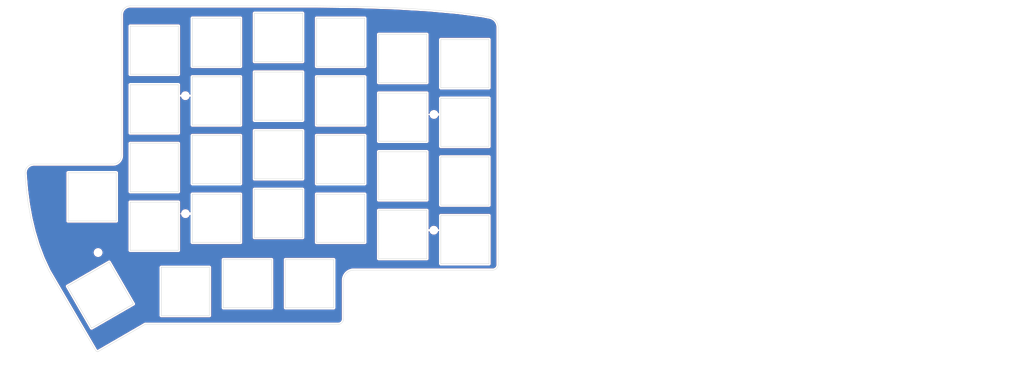
<source format=kicad_pcb>
(kicad_pcb (version 20240108) (generator "pcbnew") (generator_version "8.0")
  (layers (0 "F.Cu" signal) (31 "B.Cu" signal) (34 "B.Paste" user) (35 "F.Paste" user) (36 "B.SilkS" user "B.Silkscreen") (37 "F.SilkS" user "F.Silkscreen") (38 "B.Mask" user) (39 "F.Mask" user) (44 "Edge.Cuts" user))
  (net 0 "")
  (footprint "holykeebs:M2_HOLE_NPH" (layer "F.Cu") (at 141.23 65.76)
    (property "Reference" "TH4" (hide yes))
    (property "Value" "HOLE" (hide yes))
    (pad "" np_thru_hole circle (at 0 0) (size 2.1 2.1) (drill 2.1) (layers "F&B.Cu" "*.Mask"))
  )
  (footprint "holykeebs:M2_HOLE_NPH" (layer "F.Cu") (at 141.19 99.3)
    (property "Reference" "TH6" (hide yes))
    (property "Value" "HOLE" (hide yes))
    (pad "" np_thru_hole circle (at 0 0) (size 2.1 2.1) (drill 2.1) (layers "F&B.Cu" "*.Mask"))
  )
  (footprint "holykeebs:M2_HOLE_NPH" (layer "F.Cu") (at 69.24 94.5)
    (property "Reference" "TH5" (hide yes))
    (property "Value" "HOLE" (hide yes))
    (pad "" np_thru_hole circle (at 0 0) (size 2.1 2.1) (drill 2.1) (layers "F&B.Cu" "*.Mask"))
  )
  (footprint "holykeebs:M2_HOLE_NPH" (layer "F.Cu") (at 69.21 60.32)
    (property "Reference" "TH3" (hide yes))
    (property "Value" "HOLE" (hide yes))
    (pad "" np_thru_hole circle (at 0 0) (size 2.1 2.1) (drill 2.1) (layers "F&B.Cu" "*.Mask"))
  )
  (footprint "holykeebs:M2_HOLE_NPH" (layer "F.Cu") (at 43.92 105.77 90)
    (property "Reference" "TH7" (hide yes))
    (property "Value" "HOLE" (hide yes))
    (pad "" np_thru_hole circle (at 0 0 90) (size 2.1 2.1) (drill 2.1) (layers "F&B.Cu" "*.Mask"))
  )
  (footprint "kbd:SW_Hole" (layer "B.Cu") (at 132.202472 83.546305 180)
    (property "Reference" "SW17" (hide yes))
    (property "Value" "SW_PUSH" (hide yes))
    (fp_line (start 7 7) (end 7 -7) (stroke (width 0.12)) (layer "Edge.Cuts"))
    (fp_line (start 7 -7) (end -7 -7) (stroke (width 0.12)) (layer "Edge.Cuts"))
    (fp_line (start -7 7) (end 7 7) (stroke (width 0.12)) (layer "Edge.Cuts"))
    (fp_line (start -7 -7) (end -7 7) (stroke (width 0.12)) (layer "Edge.Cuts"))
  )
  (footprint "kbd:SW_Hole" (layer "B.Cu") (at 150.202472 51.046305 180)
    (property "Reference" "SW6" (hide yes))
    (property "Value" "SW_PUSH" (hide yes))
    (fp_line (start 7 7) (end 7 -7) (stroke (width 0.12)) (layer "Edge.Cuts"))
    (fp_line (start 7 -7) (end -7 -7) (stroke (width 0.12)) (layer "Edge.Cuts"))
    (fp_line (start -7 7) (end 7 7) (stroke (width 0.12)) (layer "Edge.Cuts"))
    (fp_line (start -7 -7) (end -7 7) (stroke (width 0.12)) (layer "Edge.Cuts"))
  )
  (footprint "kbd:SW_Hole" (layer "B.Cu") (at 78.202472 78.846305 180)
    (property "Reference" "SW14" (hide yes))
    (property "Value" "SW_PUSH" (hide yes))
    (fp_line (start 7 7) (end 7 -7) (stroke (width 0.12)) (layer "Edge.Cuts"))
    (fp_line (start 7 -7) (end -7 -7) (stroke (width 0.12)) (layer "Edge.Cuts"))
    (fp_line (start -7 7) (end 7 7) (stroke (width 0.12)) (layer "Edge.Cuts"))
    (fp_line (start -7 -7) (end -7 7) (stroke (width 0.12)) (layer "Edge.Cuts"))
  )
  (footprint "kbd:SW_Hole" (layer "B.Cu") (at 60.202472 81.146305 180)
    (property "Reference" "SW13" (hide yes))
    (property "Value" "SW_PUSH" (hide yes))
    (fp_line (start 7 7) (end 7 -7) (stroke (width 0.12)) (layer "Edge.Cuts"))
    (fp_line (start 7 -7) (end -7 -7) (stroke (width 0.12)) (layer "Edge.Cuts"))
    (fp_line (start -7 7) (end 7 7) (stroke (width 0.12)) (layer "Edge.Cuts"))
    (fp_line (start -7 -7) (end -7 7) (stroke (width 0.12)) (layer "Edge.Cuts"))
  )
  (footprint "kbd:SW_Hole" (layer "B.Cu") (at 150.202472 68.046305 180)
    (property "Reference" "SW12" (hide yes))
    (property "Value" "SW_PUSH" (hide yes))
    (fp_line (start 7 7) (end 7 -7) (stroke (width 0.12)) (layer "Edge.Cuts"))
    (fp_line (start 7 -7) (end -7 -7) (stroke (width 0.12)) (layer "Edge.Cuts"))
    (fp_line (start -7 7) (end 7 7) (stroke (width 0.12)) (layer "Edge.Cuts"))
    (fp_line (start -7 -7) (end -7 7) (stroke (width 0.12)) (layer "Edge.Cuts"))
  )
  (footprint "kbd:SW_Hole" (layer "B.Cu") (at 150.202472 102.046305 180)
    (property "Reference" "SW24" (hide yes))
    (property "Value" "SW_PUSH" (hide yes))
    (fp_line (start 7 7) (end 7 -7) (stroke (width 0.12)) (layer "Edge.Cuts"))
    (fp_line (start 7 -7) (end -7 -7) (stroke (width 0.12)) (layer "Edge.Cuts"))
    (fp_line (start -7 7) (end 7 7) (stroke (width 0.12)) (layer "Edge.Cuts"))
    (fp_line (start -7 -7) (end -7 7) (stroke (width 0.12)) (layer "Edge.Cuts"))
  )
  (footprint "kbd:SW_Hole" (layer "B.Cu") (at 132.202472 49.546305 180)
    (property "Reference" "SW5" (hide yes))
    (property "Value" "SW_PUSH" (hide yes))
    (fp_line (start 7 7) (end 7 -7) (stroke (width 0.12)) (layer "Edge.Cuts"))
    (fp_line (start 7 -7) (end -7 -7) (stroke (width 0.12)) (layer "Edge.Cuts"))
    (fp_line (start -7 7) (end 7 7) (stroke (width 0.12)) (layer "Edge.Cuts"))
    (fp_line (start -7 -7) (end -7 7) (stroke (width 0.12)) (layer "Edge.Cuts"))
  )
  (footprint "kbd:SW_Hole" (layer "B.Cu") (at 87.202472 114.796305 180)
    (property "Reference" "SW28" (hide yes))
    (property "Value" "SW_PUSH" (hide yes))
    (fp_line (start 7 7) (end 7 -7) (stroke (width 0.12)) (layer "Edge.Cuts"))
    (fp_line (start 7 -7) (end -7 -7) (stroke (width 0.12)) (layer "Edge.Cuts"))
    (fp_line (start -7 7) (end 7 7) (stroke (width 0.12)) (layer "Edge.Cuts"))
    (fp_line (start -7 -7) (end -7 7) (stroke (width 0.12)) (layer "Edge.Cuts"))
  )
  (footprint "kbd:SW_Hole" (layer "B.Cu") (at 78.202472 61.846305 180)
    (property "Reference" "SW8" (hide yes))
    (property "Value" "SW_PUSH" (hide yes))
    (fp_line (start 7 7) (end 7 -7) (stroke (width 0.12)) (layer "Edge.Cuts"))
    (fp_line (start 7 -7) (end -7 -7) (stroke (width 0.12)) (layer "Edge.Cuts"))
    (fp_line (start -7 7) (end 7 7) (stroke (width 0.12)) (layer "Edge.Cuts"))
    (fp_line (start -7 -7) (end -7 7) (stroke (width 0.12)) (layer "Edge.Cuts"))
  )
  (footprint "kbd:SW_Hole" (layer "B.Cu") (at 78.202472 95.846305 180)
    (property "Reference" "SW20" (hide yes))
    (property "Value" "SW_PUSH" (hide yes))
    (fp_line (start 7 7) (end 7 -7) (stroke (width 0.12)) (layer "Edge.Cuts"))
    (fp_line (start 7 -7) (end -7 -7) (stroke (width 0.12)) (layer "Edge.Cuts"))
    (fp_line (start -7 7) (end 7 7) (stroke (width 0.12)) (layer "Edge.Cuts"))
    (fp_line (start -7 -7) (end -7 7) (stroke (width 0.12)) (layer "Edge.Cuts"))
  )
  (footprint "kbd:SW_Hole" (layer "B.Cu") (at 96.202472 43.446305 180)
    (property "Reference" "SW3" (hide yes))
    (property "Value" "SW_PUSH" (hide yes))
    (fp_line (start 7 7) (end 7 -7) (stroke (width 0.12)) (layer "Edge.Cuts"))
    (fp_line (start 7 -7) (end -7 -7) (stroke (width 0.12)) (layer "Edge.Cuts"))
    (fp_line (start -7 7) (end 7 7) (stroke (width 0.12)) (layer "Edge.Cuts"))
    (fp_line (start -7 -7) (end -7 7) (stroke (width 0.12)) (layer "Edge.Cuts"))
  )
  (footprint "kbd:SW_Hole" (layer "B.Cu") (at 60.202472 98.146305 180)
    (property "Reference" "SW19" (hide yes))
    (property "Value" "SW_PUSH" (hide yes))
    (fp_line (start 7 7) (end 7 -7) (stroke (width 0.12)) (layer "Edge.Cuts"))
    (fp_line (start 7 -7) (end -7 -7) (stroke (width 0.12)) (layer "Edge.Cuts"))
    (fp_line (start -7 7) (end 7 7) (stroke (width 0.12)) (layer "Edge.Cuts"))
    (fp_line (start -7 -7) (end -7 7) (stroke (width 0.12)) (layer "Edge.Cuts"))
  )
  (footprint "kbd:SW_Hole" (layer "B.Cu") (at 114.202472 78.846305 180)
    (property "Reference" "SW16" (hide yes))
    (property "Value" "SW_PUSH" (hide yes))
    (fp_line (start 7 7) (end 7 -7) (stroke (width 0.12)) (layer "Edge.Cuts"))
    (fp_line (start 7 -7) (end -7 -7) (stroke (width 0.12)) (layer "Edge.Cuts"))
    (fp_line (start -7 7) (end 7 7) (stroke (width 0.12)) (layer "Edge.Cuts"))
    (fp_line (start -7 -7) (end -7 7) (stroke (width 0.12)) (layer "Edge.Cuts"))
  )
  (footprint "kbd:SW_Hole" (layer "B.Cu") (at 42.202472 89.646305 180)
    (property "Reference" "SW25" (hide yes))
    (property "Value" "SW_PUSH" (hide yes))
    (fp_line (start 7 7) (end 7 -7) (stroke (width 0.12)) (layer "Edge.Cuts"))
    (fp_line (start 7 -7) (end -7 -7) (stroke (width 0.12)) (layer "Edge.Cuts"))
    (fp_line (start -7 7) (end 7 7) (stroke (width 0.12)) (layer "Edge.Cuts"))
    (fp_line (start -7 -7) (end -7 7) (stroke (width 0.12)) (layer "Edge.Cuts"))
  )
  (footprint "kbd:SW_Hole" (layer "B.Cu") (at 44.591169 118.104921 120)
    (property "Reference" "SW26" (hide yes))
    (property "Value" "SW_PUSH" (hide yes))
    (fp_line (start 7 -7) (end -7 -7) (stroke (width 0.12)) (layer "Edge.Cuts"))
    (fp_line (start -7 -7) (end -7 7) (stroke (width 0.12)) (layer "Edge.Cuts"))
    (fp_line (start 7 7) (end 7 -7) (stroke (width 0.12)) (layer "Edge.Cuts"))
    (fp_line (start -7 7) (end 7 7) (stroke (width 0.12)) (layer "Edge.Cuts"))
  )
  (footprint "kbd:SW_Hole" (layer "B.Cu") (at 96.202472 77.446305 180)
    (property "Reference" "SW15" (hide yes))
    (property "Value" "SW_PUSH" (hide yes))
    (fp_line (start 7 7) (end 7 -7) (stroke (width 0.12)) (layer "Edge.Cuts"))
    (fp_line (start 7 -7) (end -7 -7) (stroke (width 0.12)) (layer "Edge.Cuts"))
    (fp_line (start -7 7) (end 7 7) (stroke (width 0.12)) (layer "Edge.Cuts"))
    (fp_line (start -7 -7) (end -7 7) (stroke (width 0.12)) (layer "Edge.Cuts"))
  )
  (footprint "kbd:SW_Hole" (layer "B.Cu") (at 105.202472 114.796305 180)
    (property "Reference" "SW29" (hide yes))
    (property "Value" "SW_PUSH" (hide yes))
    (fp_line (start 7 7) (end 7 -7) (stroke (width 0.12)) (layer "Edge.Cuts"))
    (fp_line (start 7 -7) (end -7 -7) (stroke (width 0.12)) (layer "Edge.Cuts"))
    (fp_line (start -7 7) (end 7 7) (stroke (width 0.12)) (layer "Edge.Cuts"))
    (fp_line (start -7 -7) (end -7 7) (stroke (width 0.12)) (layer "Edge.Cuts"))
  )
  (footprint "kbd:SW_Hole" (layer "B.Cu") (at 132.202472 66.546305 180)
    (property "Reference" "SW11" (hide yes))
    (property "Value" "SW_PUSH" (hide yes))
    (fp_line (start 7 7) (end 7 -7) (stroke (width 0.12)) (layer "Edge.Cuts"))
    (fp_line (start 7 -7) (end -7 -7) (stroke (width 0.12)) (layer "Edge.Cuts"))
    (fp_line (start -7 7) (end 7 7) (stroke (width 0.12)) (layer "Edge.Cuts"))
    (fp_line (start -7 -7) (end -7 7) (stroke (width 0.12)) (layer "Edge.Cuts"))
  )
  (footprint "kbd:SW_Hole" (layer "B.Cu") (at 60.202472 47.146305 180)
    (property "Reference" "SW1" (hide yes))
    (property "Value" "SW_PUSH" (hide yes))
    (fp_line (start 7 7) (end 7 -7) (stroke (width 0.12)) (layer "Edge.Cuts"))
    (fp_line (start 7 -7) (end -7 -7) (stroke (width 0.12)) (layer "Edge.Cuts"))
    (fp_line (start -7 7) (end 7 7) (stroke (width 0.12)) (layer "Edge.Cuts"))
    (fp_line (start -7 -7) (end -7 7) (stroke (width 0.12)) (layer "Edge.Cuts"))
  )
  (footprint "kbd:SW_Hole" (layer "B.Cu") (at 132.202472 100.546305 180)
    (property "Reference" "SW23" (hide yes))
    (property "Value" "SW_PUSH" (hide yes))
    (fp_line (start 7 7) (end 7 -7) (stroke (width 0.12)) (layer "Edge.Cuts"))
    (fp_line (start 7 -7) (end -7 -7) (stroke (width 0.12)) (layer "Edge.Cuts"))
    (fp_line (start -7 7) (end 7 7) (stroke (width 0.12)) (layer "Edge.Cuts"))
    (fp_line (start -7 -7) (end -7 7) (stroke (width 0.12)) (layer "Edge.Cuts"))
  )
  (footprint "kbd:SW_Hole" (layer "B.Cu") (at 96.202472 60.446305 180)
    (property "Reference" "SW9" (hide yes))
    (property "Value" "SW_PUSH" (hide yes))
    (fp_line (start 7 7) (end 7 -7) (stroke (width 0.12)) (layer "Edge.Cuts"))
    (fp_line (start 7 -7) (end -7 -7) (stroke (width 0.12)) (layer "Edge.Cuts"))
    (fp_line (start -7 7) (end 7 7) (stroke (width 0.12)) (layer "Edge.Cuts"))
    (fp_line (start -7 -7) (end -7 7) (stroke (width 0.12)) (layer "Edge.Cuts"))
  )
  (footprint "kbd:SW_Hole" (layer "B.Cu") (at 114.202472 61.846305 180)
    (property "Reference" "SW10" (hide yes))
    (property "Value" "SW_PUSH" (hide yes))
    (fp_line (start 7 7) (end 7 -7) (stroke (width 0.12)) (layer "Edge.Cuts"))
    (fp_line (start 7 -7) (end -7 -7) (stroke (width 0.12)) (layer "Edge.Cuts"))
    (fp_line (start -7 7) (end 7 7) (stroke (width 0.12)) (layer "Edge.Cuts"))
    (fp_line (start -7 -7) (end -7 7) (stroke (width 0.12)) (layer "Edge.Cuts"))
  )
  (footprint "kbd:SW_Hole" (layer "B.Cu") (at 150.202472 85.046305 180)
    (property "Reference" "SW18" (hide yes))
    (property "Value" "SW_PUSH" (hide yes))
    (fp_line (start 7 7) (end 7 -7) (stroke (width 0.12)) (layer "Edge.Cuts"))
    (fp_line (start 7 -7) (end -7 -7) (stroke (width 0.12)) (layer "Edge.Cuts"))
    (fp_line (start -7 7) (end 7 7) (stroke (width 0.12)) (layer "Edge.Cuts"))
    (fp_line (start -7 -7) (end -7 7) (stroke (width 0.12)) (layer "Edge.Cuts"))
  )
  (footprint "kbd:SW_Hole" (layer "B.Cu") (at 114.202472 44.846305 180)
    (property "Reference" "SW4" (hide yes))
    (property "Value" "SW_PUSH" (hide yes))
    (fp_line (start 7 7) (end 7 -7) (stroke (width 0.12)) (layer "Edge.Cuts"))
    (fp_line (start 7 -7) (end -7 -7) (stroke (width 0.12)) (layer "Edge.Cuts"))
    (fp_line (start -7 7) (end 7 7) (stroke (width 0.12)) (layer "Edge.Cuts"))
    (fp_line (start -7 -7) (end -7 7) (stroke (width 0.12)) (layer "Edge.Cuts"))
  )
  (footprint "kbd:SW_Hole" (layer "B.Cu") (at 78.202472 44.846305 180)
    (property "Reference" "SW2" (hide yes))
    (property "Value" "SW_PUSH" (hide yes))
    (fp_line (start 7 7) (end 7 -7) (stroke (width 0.12)) (layer "Edge.Cuts"))
    (fp_line (start 7 -7) (end -7 -7) (stroke (width 0.12)) (layer "Edge.Cuts"))
    (fp_line (start -7 7) (end 7 7) (stroke (width 0.12)) (layer "Edge.Cuts"))
    (fp_line (start -7 -7) (end -7 7) (stroke (width 0.12)) (layer "Edge.Cuts"))
  )
  (footprint "kbd:SW_Hole" (layer "B.Cu") (at 60.202472 64.146305 180)
    (property "Reference" "SW7" (hide yes))
    (property "Value" "SW_PUSH" (hide yes))
    (fp_line (start 7 7) (end 7 -7) (stroke (width 0.12)) (layer "Edge.Cuts"))
    (fp_line (start 7 -7) (end -7 -7) (stroke (width 0.12)) (layer "Edge.Cuts"))
    (fp_line (start -7 7) (end 7 7) (stroke (width 0.12)) (layer "Edge.Cuts"))
    (fp_line (start -7 -7) (end -7 7) (stroke (width 0.12)) (layer "Edge.Cuts"))
  )
  (footprint "kbd:SW_Hole" (layer "B.Cu") (at 96.202472 94.446305 180)
    (property "Reference" "SW21" (hide yes))
    (property "Value" "SW_PUSH" (hide yes))
    (fp_line (start 7 7) (end 7 -7) (stroke (width 0.12)) (layer "Edge.Cuts"))
    (fp_line (start 7 -7) (end -7 -7) (stroke (width 0.12)) (layer "Edge.Cuts"))
    (fp_line (start -7 7) (end 7 7) (stroke (width 0.12)) (layer "Edge.Cuts"))
    (fp_line (start -7 -7) (end -7 7) (stroke (width 0.12)) (layer "Edge.Cuts"))
  )
  (footprint "kbd:SW_Hole" (layer "B.Cu") (at 114.202472 95.846305 180)
    (property "Reference" "SW22" (hide yes))
    (property "Value" "SW_PUSH" (hide yes))
    (fp_line (start 7 7) (end 7 -7) (stroke (width 0.12)) (layer "Edge.Cuts"))
    (fp_line (start 7 -7) (end -7 -7) (stroke (width 0.12)) (layer "Edge.Cuts"))
    (fp_line (start -7 7) (end 7 7) (stroke (width 0.12)) (layer "Edge.Cuts"))
    (fp_line (start -7 -7) (end -7 7) (stroke (width 0.12)) (layer "Edge.Cuts"))
  )
  (footprint "kbd:SW_Hole" (layer "B.Cu") (at 69.202472 117.046305 180)
    (property "Reference" "SW27" (hide yes))
    (property "Value" "SW_PUSH" (hide yes))
    (fp_line (start 7 7) (end 7 -7) (stroke (width 0.12)) (layer "Edge.Cuts"))
    (fp_line (start 7 -7) (end -7 -7) (stroke (width 0.12)) (layer "Edge.Cuts"))
    (fp_line (start -7 7) (end 7 7) (stroke (width 0.12)) (layer "Edge.Cuts"))
    (fp_line (start -7 -7) (end -7 7) (stroke (width 0.12)) (layer "Edge.Cuts"))
  )
  (gr_line (start 33.041994 116.772224) (end 34.717688 119.638543) (stroke (width 0.1)) (layer "Edge.Cuts"))
  (gr_arc (start 22.789383 82.774051) (mid 23.475652 80.927375) (end 25.286351 80.151134) (stroke (width 0.1)) (layer "Edge.Cuts"))
  (gr_line (start 39.744772 128.237502) (end 41.420466 131.103821) (stroke (width 0.1)) (layer "Edge.Cuts"))
  (gr_line (start 26.560841 103.581832) (end 27.989494 107.369235) (stroke (width 0.1)) (layer "Edge.Cuts"))
  (gr_line (start 118.687299 34.466816) (end 106.948617 34.337924) (stroke (width 0.1)) (layer "Edge.Cuts"))
  (gr_line (start 139.50539 35.42165) (end 129.617274 34.836536) (stroke (width 0.1)) (layer "Edge.Cuts"))
  (gr_line (start 48.179485 80.151134) (end 25.286351 80.151134) (stroke (width 0.1)) (layer "Edge.Cuts"))
  (gr_line (start 50.857272 130.442363) (end 52.532966 129.472224) (stroke (width 0.1)) (layer "Edge.Cuts"))
  (gr_arc (start 50.697723 77.651129) (mid 49.959014 79.425337) (end 48.179485 80.151134) (stroke (width 0.1)) (layer "Edge.Cuts"))
  (gr_line (start 57.560049 126.561807) (end 64.930431 126.56282) (stroke (width 0.1)) (layer "Edge.Cuts"))
  (gr_line (start 50.697723 36.837929) (end 50.697723 77.651129) (stroke (width 0.1)) (layer "Edge.Cuts"))
  (gr_line (start 34.717688 119.638543) (end 36.393383 122.504863) (stroke (width 0.1)) (layer "Edge.Cuts"))
  (gr_line (start 27.989494 107.369235) (end 29.691069 111.040702) (stroke (width 0.1)) (layer "Edge.Cuts"))
  (gr_line (start 47.505883 132.382641) (end 49.181577 131.412502) (stroke (width 0.1)) (layer "Edge.Cuts"))
  (gr_line (start 43.9866 134.40844) (end 44.154494 134.322918) (stroke (width 0.1)) (layer "Edge.Cuts"))
  (gr_line (start 157.395959 37.573242) (end 155.223433 37.136321) (stroke (width 0.1)) (layer "Edge.Cuts"))
  (gr_line (start 45.830188 133.352779) (end 47.505883 132.382641) (stroke (width 0.1)) (layer "Edge.Cuts"))
  (gr_line (start 155.223433 37.136321) (end 148.118494 36.196723) (stroke (width 0.1)) (layer "Edge.Cuts"))
  (gr_line (start 43.189573 134.139312) (end 43.295031 134.274046) (stroke (width 0.1)) (layer "Edge.Cuts"))
  (gr_line (start 23.188033 87.708825) (end 23.718708 91.741987) (stroke (width 0.1)) (layer "Edge.Cuts"))
  (gr_line (start 159.804445 109.350929) (end 159.804445 40.49443) (stroke (width 0.1)) (layer "Edge.Cuts"))
  (gr_line (start 41.420466 131.103821) (end 43.096161 133.970141) (stroke (width 0.1)) (layer "Edge.Cuts"))
  (gr_line (start 38.069077 125.371182) (end 39.744772 128.237502) (stroke (width 0.1)) (layer "Edge.Cuts"))
  (gr_line (start 113.517151 126.562762) (end 113.517151 126.56282) (stroke (width 0.1)) (layer "Edge.Cuts"))
  (gr_line (start 43.412064 134.373694) (end 43.540206 134.437607) (stroke (width 0.1)) (layer "Edge.Cuts"))
  (gr_line (start 43.096161 133.970141) (end 43.189573 134.139312) (stroke (width 0.1)) (layer "Edge.Cuts"))
  (gr_arc (start 157.395959 37.573242) (mid 159.119205 38.605928) (end 159.804445 40.49443) (stroke (width 0.1)) (layer "Edge.Cuts"))
  (gr_line (start 43.295031 134.274046) (end 43.412064 134.373694) (stroke (width 0.1)) (layer "Edge.Cuts"))
  (gr_line (start 43.678988 134.465136) (end 43.827942 134.45563) (stroke (width 0.1)) (layer "Edge.Cuts"))
  (gr_arc (start 115.017084 125.062929) (mid 114.577758 126.123506) (end 113.517151 126.562762) (stroke (width 0.1)) (layer "Edge.Cuts"))
  (gr_line (start 31.366299 113.905904) (end 33.041994 116.772224) (stroke (width 0.1)) (layer "Edge.Cuts"))
  (gr_line (start 115.017084 125.062929) (end 115.017084 113.851329) (stroke (width 0.1)) (layer "Edge.Cuts"))
  (gr_line (start 25.38574 99.700289) (end 26.560841 103.581832) (stroke (width 0.1)) (layer "Edge.Cuts"))
  (gr_line (start 36.393383 122.504863) (end 38.069077 125.371182) (stroke (width 0.1)) (layer "Edge.Cuts"))
  (gr_arc (start 159.804445 109.350929) (mid 159.369826 110.406968) (end 158.317779 110.851162) (stroke (width 0.1)) (layer "Edge.Cuts"))
  (gr_arc (start 50.697723 36.837929) (mid 51.426177 35.073937) (end 53.187028 34.337924) (stroke (width 0.1)) (layer "Edge.Cuts"))
  (gr_line (start 24.444819 95.746408) (end 25.38574 99.700289) (stroke (width 0.1)) (layer "Edge.Cuts"))
  (gr_line (start 52.532966 129.472224) (end 54.208661 128.502085) (stroke (width 0.1)) (layer "Edge.Cuts"))
  (gr_line (start 54.208661 128.502085) (end 57.560049 126.561807) (stroke (width 0.1)) (layer "Edge.Cuts"))
  (gr_line (start 129.617274 34.836536) (end 118.687299 34.466816) (stroke (width 0.1)) (layer "Edge.Cuts"))
  (gr_line (start 43.540206 134.437607) (end 43.678988 134.465136) (stroke (width 0.1)) (layer "Edge.Cuts"))
  (gr_line (start 23.718708 91.741987) (end 24.444819 95.746408) (stroke (width 0.1)) (layer "Edge.Cuts"))
  (gr_line (start 148.118494 36.196723) (end 139.50539 35.42165) (stroke (width 0.1)) (layer "Edge.Cuts"))
  (gr_line (start 22.789383 82.774051) (end 22.833426 83.668723) (stroke (width 0.1)) (layer "Edge.Cuts"))
  (gr_line (start 49.181577 131.412502) (end 50.857272 130.442363) (stroke (width 0.1)) (layer "Edge.Cuts"))
  (gr_line (start 44.154494 134.322918) (end 45.830188 133.352779) (stroke (width 0.1)) (layer "Edge.Cuts"))
  (gr_line (start 118.041723 110.851162) (end 158.317779 110.851162) (stroke (width 0.1)) (layer "Edge.Cuts"))
  (gr_line (start 106.948617 34.337924) (end 53.187028 34.337924) (stroke (width 0.1)) (layer "Edge.Cuts"))
  (gr_line (start 29.691069 111.040702) (end 31.366299 113.905904) (stroke (width 0.1)) (layer "Edge.Cuts"))
  (gr_line (start 64.930431 126.56282) (end 113.517151 126.56282) (stroke (width 0.1)) (layer "Edge.Cuts"))
  (gr_line (start 22.833426 83.668723) (end 23.188033 87.708825) (stroke (width 0.1)) (layer "Edge.Cuts"))
  (gr_line (start 43.827942 134.45563) (end 43.9866 134.40844) (stroke (width 0.1)) (layer "Edge.Cuts"))
  (gr_arc (start 115.017084 113.851329) (mid 115.904506 111.72125) (end 118.041723 110.851162) (stroke (width 0.1)) (layer "Edge.Cuts"))
  (zone (net 0) (net_name "") (layers "F&B.Cu") (connect_pads (clearance 0.508)) (min_thickness 0.25) (fill yes (thermal_gap 0.5) (thermal_bridge_width 0.5) (island_removal_mode 1) (island_area_min 10))
    (polygon (pts (xy 15.5 33.4) (xy 312.2 32.6) (xy 310.6 141.6) (xy 16 142.4)))
  )
)
</source>
